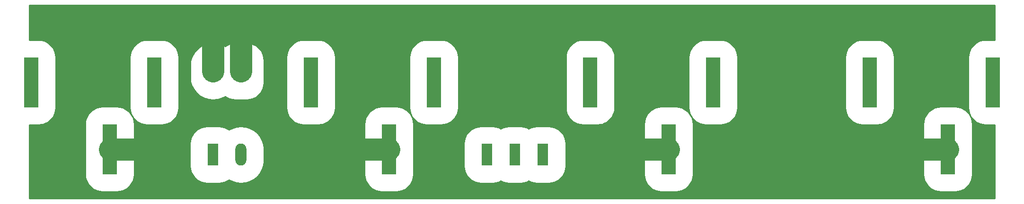
<source format=gbr>
G04 #@! TF.GenerationSoftware,KiCad,Pcbnew,5.1.4*
G04 #@! TF.CreationDate,2019-11-13T20:32:36-05:00*
G04 #@! TF.ProjectId,PooferControl-Reciever-PlugPlane,506f6f66-6572-4436-9f6e-74726f6c2d52,rev?*
G04 #@! TF.SameCoordinates,Original*
G04 #@! TF.FileFunction,Copper,L2,Bot*
G04 #@! TF.FilePolarity,Positive*
%FSLAX46Y46*%
G04 Gerber Fmt 4.6, Leading zero omitted, Abs format (unit mm)*
G04 Created by KiCad (PCBNEW 5.1.4) date 2019-11-13 20:32:36*
%MOMM*%
%LPD*%
G04 APERTURE LIST*
%ADD10O,1.980000X3.960000*%
%ADD11R,1.980000X3.960000*%
%ADD12R,2.500000X9.000000*%
%ADD13C,4.000000*%
%ADD14C,0.254000*%
G04 APERTURE END LIST*
D10*
X105000000Y-85000000D03*
X110000000Y-85000000D03*
X110000000Y-100000000D03*
D11*
X105000000Y-100000000D03*
D12*
X186500000Y-99000000D03*
X172500000Y-87000000D03*
X194500000Y-87000000D03*
X236500000Y-99000000D03*
X222500000Y-87000000D03*
X244500000Y-87000000D03*
X94500000Y-87000000D03*
X72500000Y-87000000D03*
X86500000Y-99000000D03*
D11*
X154000000Y-100000000D03*
X159000000Y-100000000D03*
X164000000Y-100000000D03*
D12*
X136500000Y-99000000D03*
X122500000Y-87000000D03*
X144500000Y-87000000D03*
D13*
X236500000Y-99000000D02*
X231250000Y-99000000D01*
X110000000Y-85000000D02*
X110000000Y-79000000D01*
X105000000Y-85000000D02*
X105000000Y-79020000D01*
X186500000Y-99000000D02*
X181250000Y-99000000D01*
X136500000Y-99000000D02*
X131000000Y-99000000D01*
X86500000Y-99000000D02*
X91750000Y-99000000D01*
D14*
G36*
X244848001Y-74845154D02*
G01*
X244848000Y-78845154D01*
X244848000Y-79357870D01*
X243250000Y-79357870D01*
X242637001Y-79418245D01*
X242047559Y-79597050D01*
X241504326Y-79887414D01*
X241028179Y-80278179D01*
X240637414Y-80754326D01*
X240347050Y-81297559D01*
X240168245Y-81887001D01*
X240107870Y-82500000D01*
X240107870Y-91500000D01*
X240168245Y-92112999D01*
X240347050Y-92702441D01*
X240637414Y-93245674D01*
X241028179Y-93721821D01*
X241504326Y-94112586D01*
X242047559Y-94402950D01*
X242637001Y-94581755D01*
X243250000Y-94642130D01*
X244848001Y-94642130D01*
X244848001Y-105845145D01*
X244848000Y-105845155D01*
X244848000Y-107848000D01*
X72152000Y-107848000D01*
X72152000Y-94642130D01*
X73750000Y-94642130D01*
X74362999Y-94581755D01*
X74632509Y-94500000D01*
X82107870Y-94500000D01*
X82107870Y-103500000D01*
X82168245Y-104112999D01*
X82347050Y-104702441D01*
X82637414Y-105245674D01*
X83028179Y-105721821D01*
X83504326Y-106112586D01*
X84047559Y-106402950D01*
X84637001Y-106581755D01*
X85250000Y-106642130D01*
X87750000Y-106642130D01*
X88362999Y-106581755D01*
X88952441Y-106402950D01*
X89495674Y-106112586D01*
X89971821Y-105721821D01*
X90362586Y-105245674D01*
X90652950Y-104702441D01*
X90831755Y-104112999D01*
X90892130Y-103500000D01*
X90892130Y-98020000D01*
X100867870Y-98020000D01*
X100867870Y-101980000D01*
X100928245Y-102592999D01*
X101107050Y-103182441D01*
X101397414Y-103725674D01*
X101788179Y-104201821D01*
X102264326Y-104592586D01*
X102807559Y-104882950D01*
X103397001Y-105061755D01*
X104010000Y-105122130D01*
X105990000Y-105122130D01*
X106602999Y-105061755D01*
X107192441Y-104882950D01*
X107735674Y-104592586D01*
X107842432Y-104504972D01*
X108416870Y-104812016D01*
X109192928Y-105047430D01*
X110000000Y-105126920D01*
X110807073Y-105047430D01*
X111583131Y-104812016D01*
X112298350Y-104429723D01*
X112925244Y-103915244D01*
X113439723Y-103288350D01*
X113822016Y-102573130D01*
X114057430Y-101797072D01*
X114117000Y-101192250D01*
X114117000Y-98807749D01*
X114057430Y-98202927D01*
X113822016Y-97426869D01*
X113439723Y-96711650D01*
X112925244Y-96084756D01*
X112298350Y-95570277D01*
X111583130Y-95187984D01*
X110807072Y-94952570D01*
X110000000Y-94873080D01*
X109192927Y-94952570D01*
X108416869Y-95187984D01*
X107842431Y-95495028D01*
X107735674Y-95407414D01*
X107192441Y-95117050D01*
X106602999Y-94938245D01*
X105990000Y-94877870D01*
X104010000Y-94877870D01*
X103397001Y-94938245D01*
X102807559Y-95117050D01*
X102264326Y-95407414D01*
X101788179Y-95798179D01*
X101397414Y-96274326D01*
X101107050Y-96817559D01*
X100928245Y-97407001D01*
X100867870Y-98020000D01*
X90892130Y-98020000D01*
X90892130Y-94500000D01*
X90831755Y-93887001D01*
X90652950Y-93297559D01*
X90362586Y-92754326D01*
X89971821Y-92278179D01*
X89495674Y-91887414D01*
X88952441Y-91597050D01*
X88362999Y-91418245D01*
X87750000Y-91357870D01*
X85250000Y-91357870D01*
X84637001Y-91418245D01*
X84047559Y-91597050D01*
X83504326Y-91887414D01*
X83028179Y-92278179D01*
X82637414Y-92754326D01*
X82347050Y-93297559D01*
X82168245Y-93887001D01*
X82107870Y-94500000D01*
X74632509Y-94500000D01*
X74952441Y-94402950D01*
X75495674Y-94112586D01*
X75971821Y-93721821D01*
X76362586Y-93245674D01*
X76652950Y-92702441D01*
X76831755Y-92112999D01*
X76892130Y-91500000D01*
X76892130Y-82500000D01*
X90107870Y-82500000D01*
X90107870Y-91500000D01*
X90168245Y-92112999D01*
X90347050Y-92702441D01*
X90637414Y-93245674D01*
X91028179Y-93721821D01*
X91504326Y-94112586D01*
X92047559Y-94402950D01*
X92637001Y-94581755D01*
X93250000Y-94642130D01*
X95750000Y-94642130D01*
X96362999Y-94581755D01*
X96952441Y-94402950D01*
X97495674Y-94112586D01*
X97971821Y-93721821D01*
X98362586Y-93245674D01*
X98652950Y-92702441D01*
X98831755Y-92112999D01*
X98892130Y-91500000D01*
X98892130Y-83807749D01*
X100883000Y-83807749D01*
X100883000Y-86192250D01*
X100942570Y-86797072D01*
X101177984Y-87573130D01*
X101560277Y-88288350D01*
X102074756Y-88915244D01*
X102701650Y-89429723D01*
X103416869Y-89812016D01*
X104192927Y-90047430D01*
X105000000Y-90126920D01*
X105807072Y-90047430D01*
X106583130Y-89812016D01*
X107157569Y-89504972D01*
X107264326Y-89592586D01*
X107807559Y-89882950D01*
X108397001Y-90061755D01*
X109010000Y-90122130D01*
X110990000Y-90122130D01*
X111602999Y-90061755D01*
X112192441Y-89882950D01*
X112735674Y-89592586D01*
X113211821Y-89201821D01*
X113602586Y-88725674D01*
X113892950Y-88182441D01*
X114071755Y-87592999D01*
X114132130Y-86980000D01*
X114132130Y-83020000D01*
X114080915Y-82500000D01*
X118107870Y-82500000D01*
X118107870Y-91500000D01*
X118168245Y-92112999D01*
X118347050Y-92702441D01*
X118637414Y-93245674D01*
X119028179Y-93721821D01*
X119504326Y-94112586D01*
X120047559Y-94402950D01*
X120637001Y-94581755D01*
X121250000Y-94642130D01*
X123750000Y-94642130D01*
X124362999Y-94581755D01*
X124632509Y-94500000D01*
X132107870Y-94500000D01*
X132107870Y-103500000D01*
X132168245Y-104112999D01*
X132347050Y-104702441D01*
X132637414Y-105245674D01*
X133028179Y-105721821D01*
X133504326Y-106112586D01*
X134047559Y-106402950D01*
X134637001Y-106581755D01*
X135250000Y-106642130D01*
X137750000Y-106642130D01*
X138362999Y-106581755D01*
X138952441Y-106402950D01*
X139495674Y-106112586D01*
X139971821Y-105721821D01*
X140362586Y-105245674D01*
X140652950Y-104702441D01*
X140831755Y-104112999D01*
X140892130Y-103500000D01*
X140892130Y-98020000D01*
X149867870Y-98020000D01*
X149867870Y-101980000D01*
X149928245Y-102592999D01*
X150107050Y-103182441D01*
X150397414Y-103725674D01*
X150788179Y-104201821D01*
X151264326Y-104592586D01*
X151807559Y-104882950D01*
X152397001Y-105061755D01*
X153010000Y-105122130D01*
X154990000Y-105122130D01*
X155602999Y-105061755D01*
X156192441Y-104882950D01*
X156500000Y-104718556D01*
X156807559Y-104882950D01*
X157397001Y-105061755D01*
X158010000Y-105122130D01*
X159990000Y-105122130D01*
X160602999Y-105061755D01*
X161192441Y-104882950D01*
X161500000Y-104718556D01*
X161807559Y-104882950D01*
X162397001Y-105061755D01*
X163010000Y-105122130D01*
X164990000Y-105122130D01*
X165602999Y-105061755D01*
X166192441Y-104882950D01*
X166735674Y-104592586D01*
X167211821Y-104201821D01*
X167602586Y-103725674D01*
X167892950Y-103182441D01*
X168071755Y-102592999D01*
X168132130Y-101980000D01*
X168132130Y-98020000D01*
X168071755Y-97407001D01*
X167892950Y-96817559D01*
X167602586Y-96274326D01*
X167211821Y-95798179D01*
X166735674Y-95407414D01*
X166192441Y-95117050D01*
X165602999Y-94938245D01*
X164990000Y-94877870D01*
X163010000Y-94877870D01*
X162397001Y-94938245D01*
X161807559Y-95117050D01*
X161500000Y-95281444D01*
X161192441Y-95117050D01*
X160602999Y-94938245D01*
X159990000Y-94877870D01*
X158010000Y-94877870D01*
X157397001Y-94938245D01*
X156807559Y-95117050D01*
X156500000Y-95281444D01*
X156192441Y-95117050D01*
X155602999Y-94938245D01*
X154990000Y-94877870D01*
X153010000Y-94877870D01*
X152397001Y-94938245D01*
X151807559Y-95117050D01*
X151264326Y-95407414D01*
X150788179Y-95798179D01*
X150397414Y-96274326D01*
X150107050Y-96817559D01*
X149928245Y-97407001D01*
X149867870Y-98020000D01*
X140892130Y-98020000D01*
X140892130Y-94500000D01*
X140831755Y-93887001D01*
X140652950Y-93297559D01*
X140362586Y-92754326D01*
X139971821Y-92278179D01*
X139495674Y-91887414D01*
X138952441Y-91597050D01*
X138362999Y-91418245D01*
X137750000Y-91357870D01*
X135250000Y-91357870D01*
X134637001Y-91418245D01*
X134047559Y-91597050D01*
X133504326Y-91887414D01*
X133028179Y-92278179D01*
X132637414Y-92754326D01*
X132347050Y-93297559D01*
X132168245Y-93887001D01*
X132107870Y-94500000D01*
X124632509Y-94500000D01*
X124952441Y-94402950D01*
X125495674Y-94112586D01*
X125971821Y-93721821D01*
X126362586Y-93245674D01*
X126652950Y-92702441D01*
X126831755Y-92112999D01*
X126892130Y-91500000D01*
X126892130Y-82500000D01*
X140107870Y-82500000D01*
X140107870Y-91500000D01*
X140168245Y-92112999D01*
X140347050Y-92702441D01*
X140637414Y-93245674D01*
X141028179Y-93721821D01*
X141504326Y-94112586D01*
X142047559Y-94402950D01*
X142637001Y-94581755D01*
X143250000Y-94642130D01*
X145750000Y-94642130D01*
X146362999Y-94581755D01*
X146952441Y-94402950D01*
X147495674Y-94112586D01*
X147971821Y-93721821D01*
X148362586Y-93245674D01*
X148652950Y-92702441D01*
X148831755Y-92112999D01*
X148892130Y-91500000D01*
X148892130Y-82500000D01*
X168107870Y-82500000D01*
X168107870Y-91500000D01*
X168168245Y-92112999D01*
X168347050Y-92702441D01*
X168637414Y-93245674D01*
X169028179Y-93721821D01*
X169504326Y-94112586D01*
X170047559Y-94402950D01*
X170637001Y-94581755D01*
X171250000Y-94642130D01*
X173750000Y-94642130D01*
X174362999Y-94581755D01*
X174632509Y-94500000D01*
X182107870Y-94500000D01*
X182107870Y-103500000D01*
X182168245Y-104112999D01*
X182347050Y-104702441D01*
X182637414Y-105245674D01*
X183028179Y-105721821D01*
X183504326Y-106112586D01*
X184047559Y-106402950D01*
X184637001Y-106581755D01*
X185250000Y-106642130D01*
X187750000Y-106642130D01*
X188362999Y-106581755D01*
X188952441Y-106402950D01*
X189495674Y-106112586D01*
X189971821Y-105721821D01*
X190362586Y-105245674D01*
X190652950Y-104702441D01*
X190831755Y-104112999D01*
X190892130Y-103500000D01*
X190892130Y-94500000D01*
X190831755Y-93887001D01*
X190652950Y-93297559D01*
X190362586Y-92754326D01*
X189971821Y-92278179D01*
X189495674Y-91887414D01*
X188952441Y-91597050D01*
X188362999Y-91418245D01*
X187750000Y-91357870D01*
X185250000Y-91357870D01*
X184637001Y-91418245D01*
X184047559Y-91597050D01*
X183504326Y-91887414D01*
X183028179Y-92278179D01*
X182637414Y-92754326D01*
X182347050Y-93297559D01*
X182168245Y-93887001D01*
X182107870Y-94500000D01*
X174632509Y-94500000D01*
X174952441Y-94402950D01*
X175495674Y-94112586D01*
X175971821Y-93721821D01*
X176362586Y-93245674D01*
X176652950Y-92702441D01*
X176831755Y-92112999D01*
X176892130Y-91500000D01*
X176892130Y-82500000D01*
X190107870Y-82500000D01*
X190107870Y-91500000D01*
X190168245Y-92112999D01*
X190347050Y-92702441D01*
X190637414Y-93245674D01*
X191028179Y-93721821D01*
X191504326Y-94112586D01*
X192047559Y-94402950D01*
X192637001Y-94581755D01*
X193250000Y-94642130D01*
X195750000Y-94642130D01*
X196362999Y-94581755D01*
X196952441Y-94402950D01*
X197495674Y-94112586D01*
X197971821Y-93721821D01*
X198362586Y-93245674D01*
X198652950Y-92702441D01*
X198831755Y-92112999D01*
X198892130Y-91500000D01*
X198892130Y-82500000D01*
X218107870Y-82500000D01*
X218107870Y-91500000D01*
X218168245Y-92112999D01*
X218347050Y-92702441D01*
X218637414Y-93245674D01*
X219028179Y-93721821D01*
X219504326Y-94112586D01*
X220047559Y-94402950D01*
X220637001Y-94581755D01*
X221250000Y-94642130D01*
X223750000Y-94642130D01*
X224362999Y-94581755D01*
X224632509Y-94500000D01*
X232107870Y-94500000D01*
X232107870Y-103500000D01*
X232168245Y-104112999D01*
X232347050Y-104702441D01*
X232637414Y-105245674D01*
X233028179Y-105721821D01*
X233504326Y-106112586D01*
X234047559Y-106402950D01*
X234637001Y-106581755D01*
X235250000Y-106642130D01*
X237750000Y-106642130D01*
X238362999Y-106581755D01*
X238952441Y-106402950D01*
X239495674Y-106112586D01*
X239971821Y-105721821D01*
X240362586Y-105245674D01*
X240652950Y-104702441D01*
X240831755Y-104112999D01*
X240892130Y-103500000D01*
X240892130Y-94500000D01*
X240831755Y-93887001D01*
X240652950Y-93297559D01*
X240362586Y-92754326D01*
X239971821Y-92278179D01*
X239495674Y-91887414D01*
X238952441Y-91597050D01*
X238362999Y-91418245D01*
X237750000Y-91357870D01*
X235250000Y-91357870D01*
X234637001Y-91418245D01*
X234047559Y-91597050D01*
X233504326Y-91887414D01*
X233028179Y-92278179D01*
X232637414Y-92754326D01*
X232347050Y-93297559D01*
X232168245Y-93887001D01*
X232107870Y-94500000D01*
X224632509Y-94500000D01*
X224952441Y-94402950D01*
X225495674Y-94112586D01*
X225971821Y-93721821D01*
X226362586Y-93245674D01*
X226652950Y-92702441D01*
X226831755Y-92112999D01*
X226892130Y-91500000D01*
X226892130Y-82500000D01*
X226831755Y-81887001D01*
X226652950Y-81297559D01*
X226362586Y-80754326D01*
X225971821Y-80278179D01*
X225495674Y-79887414D01*
X224952441Y-79597050D01*
X224362999Y-79418245D01*
X223750000Y-79357870D01*
X221250000Y-79357870D01*
X220637001Y-79418245D01*
X220047559Y-79597050D01*
X219504326Y-79887414D01*
X219028179Y-80278179D01*
X218637414Y-80754326D01*
X218347050Y-81297559D01*
X218168245Y-81887001D01*
X218107870Y-82500000D01*
X198892130Y-82500000D01*
X198831755Y-81887001D01*
X198652950Y-81297559D01*
X198362586Y-80754326D01*
X197971821Y-80278179D01*
X197495674Y-79887414D01*
X196952441Y-79597050D01*
X196362999Y-79418245D01*
X195750000Y-79357870D01*
X193250000Y-79357870D01*
X192637001Y-79418245D01*
X192047559Y-79597050D01*
X191504326Y-79887414D01*
X191028179Y-80278179D01*
X190637414Y-80754326D01*
X190347050Y-81297559D01*
X190168245Y-81887001D01*
X190107870Y-82500000D01*
X176892130Y-82500000D01*
X176831755Y-81887001D01*
X176652950Y-81297559D01*
X176362586Y-80754326D01*
X175971821Y-80278179D01*
X175495674Y-79887414D01*
X174952441Y-79597050D01*
X174362999Y-79418245D01*
X173750000Y-79357870D01*
X171250000Y-79357870D01*
X170637001Y-79418245D01*
X170047559Y-79597050D01*
X169504326Y-79887414D01*
X169028179Y-80278179D01*
X168637414Y-80754326D01*
X168347050Y-81297559D01*
X168168245Y-81887001D01*
X168107870Y-82500000D01*
X148892130Y-82500000D01*
X148831755Y-81887001D01*
X148652950Y-81297559D01*
X148362586Y-80754326D01*
X147971821Y-80278179D01*
X147495674Y-79887414D01*
X146952441Y-79597050D01*
X146362999Y-79418245D01*
X145750000Y-79357870D01*
X143250000Y-79357870D01*
X142637001Y-79418245D01*
X142047559Y-79597050D01*
X141504326Y-79887414D01*
X141028179Y-80278179D01*
X140637414Y-80754326D01*
X140347050Y-81297559D01*
X140168245Y-81887001D01*
X140107870Y-82500000D01*
X126892130Y-82500000D01*
X126831755Y-81887001D01*
X126652950Y-81297559D01*
X126362586Y-80754326D01*
X125971821Y-80278179D01*
X125495674Y-79887414D01*
X124952441Y-79597050D01*
X124362999Y-79418245D01*
X123750000Y-79357870D01*
X121250000Y-79357870D01*
X120637001Y-79418245D01*
X120047559Y-79597050D01*
X119504326Y-79887414D01*
X119028179Y-80278179D01*
X118637414Y-80754326D01*
X118347050Y-81297559D01*
X118168245Y-81887001D01*
X118107870Y-82500000D01*
X114080915Y-82500000D01*
X114071755Y-82407001D01*
X113892950Y-81817559D01*
X113602586Y-81274326D01*
X113211821Y-80798179D01*
X112735674Y-80407414D01*
X112192441Y-80117050D01*
X111602999Y-79938245D01*
X110990000Y-79877870D01*
X109010000Y-79877870D01*
X108397001Y-79938245D01*
X107807559Y-80117050D01*
X107264326Y-80407414D01*
X107157569Y-80495028D01*
X106583131Y-80187984D01*
X105807073Y-79952570D01*
X105000000Y-79873080D01*
X104192928Y-79952570D01*
X103416870Y-80187984D01*
X102701651Y-80570277D01*
X102074757Y-81084756D01*
X101560278Y-81711650D01*
X101177984Y-82426869D01*
X100942570Y-83202927D01*
X100883000Y-83807749D01*
X98892130Y-83807749D01*
X98892130Y-82500000D01*
X98831755Y-81887001D01*
X98652950Y-81297559D01*
X98362586Y-80754326D01*
X97971821Y-80278179D01*
X97495674Y-79887414D01*
X96952441Y-79597050D01*
X96362999Y-79418245D01*
X95750000Y-79357870D01*
X93250000Y-79357870D01*
X92637001Y-79418245D01*
X92047559Y-79597050D01*
X91504326Y-79887414D01*
X91028179Y-80278179D01*
X90637414Y-80754326D01*
X90347050Y-81297559D01*
X90168245Y-81887001D01*
X90107870Y-82500000D01*
X76892130Y-82500000D01*
X76831755Y-81887001D01*
X76652950Y-81297559D01*
X76362586Y-80754326D01*
X75971821Y-80278179D01*
X75495674Y-79887414D01*
X74952441Y-79597050D01*
X74362999Y-79418245D01*
X73750000Y-79357870D01*
X72152000Y-79357870D01*
X72152000Y-73152000D01*
X244848001Y-73152000D01*
X244848001Y-74845154D01*
X244848001Y-74845154D01*
G37*
X244848001Y-74845154D02*
X244848000Y-78845154D01*
X244848000Y-79357870D01*
X243250000Y-79357870D01*
X242637001Y-79418245D01*
X242047559Y-79597050D01*
X241504326Y-79887414D01*
X241028179Y-80278179D01*
X240637414Y-80754326D01*
X240347050Y-81297559D01*
X240168245Y-81887001D01*
X240107870Y-82500000D01*
X240107870Y-91500000D01*
X240168245Y-92112999D01*
X240347050Y-92702441D01*
X240637414Y-93245674D01*
X241028179Y-93721821D01*
X241504326Y-94112586D01*
X242047559Y-94402950D01*
X242637001Y-94581755D01*
X243250000Y-94642130D01*
X244848001Y-94642130D01*
X244848001Y-105845145D01*
X244848000Y-105845155D01*
X244848000Y-107848000D01*
X72152000Y-107848000D01*
X72152000Y-94642130D01*
X73750000Y-94642130D01*
X74362999Y-94581755D01*
X74632509Y-94500000D01*
X82107870Y-94500000D01*
X82107870Y-103500000D01*
X82168245Y-104112999D01*
X82347050Y-104702441D01*
X82637414Y-105245674D01*
X83028179Y-105721821D01*
X83504326Y-106112586D01*
X84047559Y-106402950D01*
X84637001Y-106581755D01*
X85250000Y-106642130D01*
X87750000Y-106642130D01*
X88362999Y-106581755D01*
X88952441Y-106402950D01*
X89495674Y-106112586D01*
X89971821Y-105721821D01*
X90362586Y-105245674D01*
X90652950Y-104702441D01*
X90831755Y-104112999D01*
X90892130Y-103500000D01*
X90892130Y-98020000D01*
X100867870Y-98020000D01*
X100867870Y-101980000D01*
X100928245Y-102592999D01*
X101107050Y-103182441D01*
X101397414Y-103725674D01*
X101788179Y-104201821D01*
X102264326Y-104592586D01*
X102807559Y-104882950D01*
X103397001Y-105061755D01*
X104010000Y-105122130D01*
X105990000Y-105122130D01*
X106602999Y-105061755D01*
X107192441Y-104882950D01*
X107735674Y-104592586D01*
X107842432Y-104504972D01*
X108416870Y-104812016D01*
X109192928Y-105047430D01*
X110000000Y-105126920D01*
X110807073Y-105047430D01*
X111583131Y-104812016D01*
X112298350Y-104429723D01*
X112925244Y-103915244D01*
X113439723Y-103288350D01*
X113822016Y-102573130D01*
X114057430Y-101797072D01*
X114117000Y-101192250D01*
X114117000Y-98807749D01*
X114057430Y-98202927D01*
X113822016Y-97426869D01*
X113439723Y-96711650D01*
X112925244Y-96084756D01*
X112298350Y-95570277D01*
X111583130Y-95187984D01*
X110807072Y-94952570D01*
X110000000Y-94873080D01*
X109192927Y-94952570D01*
X108416869Y-95187984D01*
X107842431Y-95495028D01*
X107735674Y-95407414D01*
X107192441Y-95117050D01*
X106602999Y-94938245D01*
X105990000Y-94877870D01*
X104010000Y-94877870D01*
X103397001Y-94938245D01*
X102807559Y-95117050D01*
X102264326Y-95407414D01*
X101788179Y-95798179D01*
X101397414Y-96274326D01*
X101107050Y-96817559D01*
X100928245Y-97407001D01*
X100867870Y-98020000D01*
X90892130Y-98020000D01*
X90892130Y-94500000D01*
X90831755Y-93887001D01*
X90652950Y-93297559D01*
X90362586Y-92754326D01*
X89971821Y-92278179D01*
X89495674Y-91887414D01*
X88952441Y-91597050D01*
X88362999Y-91418245D01*
X87750000Y-91357870D01*
X85250000Y-91357870D01*
X84637001Y-91418245D01*
X84047559Y-91597050D01*
X83504326Y-91887414D01*
X83028179Y-92278179D01*
X82637414Y-92754326D01*
X82347050Y-93297559D01*
X82168245Y-93887001D01*
X82107870Y-94500000D01*
X74632509Y-94500000D01*
X74952441Y-94402950D01*
X75495674Y-94112586D01*
X75971821Y-93721821D01*
X76362586Y-93245674D01*
X76652950Y-92702441D01*
X76831755Y-92112999D01*
X76892130Y-91500000D01*
X76892130Y-82500000D01*
X90107870Y-82500000D01*
X90107870Y-91500000D01*
X90168245Y-92112999D01*
X90347050Y-92702441D01*
X90637414Y-93245674D01*
X91028179Y-93721821D01*
X91504326Y-94112586D01*
X92047559Y-94402950D01*
X92637001Y-94581755D01*
X93250000Y-94642130D01*
X95750000Y-94642130D01*
X96362999Y-94581755D01*
X96952441Y-94402950D01*
X97495674Y-94112586D01*
X97971821Y-93721821D01*
X98362586Y-93245674D01*
X98652950Y-92702441D01*
X98831755Y-92112999D01*
X98892130Y-91500000D01*
X98892130Y-83807749D01*
X100883000Y-83807749D01*
X100883000Y-86192250D01*
X100942570Y-86797072D01*
X101177984Y-87573130D01*
X101560277Y-88288350D01*
X102074756Y-88915244D01*
X102701650Y-89429723D01*
X103416869Y-89812016D01*
X104192927Y-90047430D01*
X105000000Y-90126920D01*
X105807072Y-90047430D01*
X106583130Y-89812016D01*
X107157569Y-89504972D01*
X107264326Y-89592586D01*
X107807559Y-89882950D01*
X108397001Y-90061755D01*
X109010000Y-90122130D01*
X110990000Y-90122130D01*
X111602999Y-90061755D01*
X112192441Y-89882950D01*
X112735674Y-89592586D01*
X113211821Y-89201821D01*
X113602586Y-88725674D01*
X113892950Y-88182441D01*
X114071755Y-87592999D01*
X114132130Y-86980000D01*
X114132130Y-83020000D01*
X114080915Y-82500000D01*
X118107870Y-82500000D01*
X118107870Y-91500000D01*
X118168245Y-92112999D01*
X118347050Y-92702441D01*
X118637414Y-93245674D01*
X119028179Y-93721821D01*
X119504326Y-94112586D01*
X120047559Y-94402950D01*
X120637001Y-94581755D01*
X121250000Y-94642130D01*
X123750000Y-94642130D01*
X124362999Y-94581755D01*
X124632509Y-94500000D01*
X132107870Y-94500000D01*
X132107870Y-103500000D01*
X132168245Y-104112999D01*
X132347050Y-104702441D01*
X132637414Y-105245674D01*
X133028179Y-105721821D01*
X133504326Y-106112586D01*
X134047559Y-106402950D01*
X134637001Y-106581755D01*
X135250000Y-106642130D01*
X137750000Y-106642130D01*
X138362999Y-106581755D01*
X138952441Y-106402950D01*
X139495674Y-106112586D01*
X139971821Y-105721821D01*
X140362586Y-105245674D01*
X140652950Y-104702441D01*
X140831755Y-104112999D01*
X140892130Y-103500000D01*
X140892130Y-98020000D01*
X149867870Y-98020000D01*
X149867870Y-101980000D01*
X149928245Y-102592999D01*
X150107050Y-103182441D01*
X150397414Y-103725674D01*
X150788179Y-104201821D01*
X151264326Y-104592586D01*
X151807559Y-104882950D01*
X152397001Y-105061755D01*
X153010000Y-105122130D01*
X154990000Y-105122130D01*
X155602999Y-105061755D01*
X156192441Y-104882950D01*
X156500000Y-104718556D01*
X156807559Y-104882950D01*
X157397001Y-105061755D01*
X158010000Y-105122130D01*
X159990000Y-105122130D01*
X160602999Y-105061755D01*
X161192441Y-104882950D01*
X161500000Y-104718556D01*
X161807559Y-104882950D01*
X162397001Y-105061755D01*
X163010000Y-105122130D01*
X164990000Y-105122130D01*
X165602999Y-105061755D01*
X166192441Y-104882950D01*
X166735674Y-104592586D01*
X167211821Y-104201821D01*
X167602586Y-103725674D01*
X167892950Y-103182441D01*
X168071755Y-102592999D01*
X168132130Y-101980000D01*
X168132130Y-98020000D01*
X168071755Y-97407001D01*
X167892950Y-96817559D01*
X167602586Y-96274326D01*
X167211821Y-95798179D01*
X166735674Y-95407414D01*
X166192441Y-95117050D01*
X165602999Y-94938245D01*
X164990000Y-94877870D01*
X163010000Y-94877870D01*
X162397001Y-94938245D01*
X161807559Y-95117050D01*
X161500000Y-95281444D01*
X161192441Y-95117050D01*
X160602999Y-94938245D01*
X159990000Y-94877870D01*
X158010000Y-94877870D01*
X157397001Y-94938245D01*
X156807559Y-95117050D01*
X156500000Y-95281444D01*
X156192441Y-95117050D01*
X155602999Y-94938245D01*
X154990000Y-94877870D01*
X153010000Y-94877870D01*
X152397001Y-94938245D01*
X151807559Y-95117050D01*
X151264326Y-95407414D01*
X150788179Y-95798179D01*
X150397414Y-96274326D01*
X150107050Y-96817559D01*
X149928245Y-97407001D01*
X149867870Y-98020000D01*
X140892130Y-98020000D01*
X140892130Y-94500000D01*
X140831755Y-93887001D01*
X140652950Y-93297559D01*
X140362586Y-92754326D01*
X139971821Y-92278179D01*
X139495674Y-91887414D01*
X138952441Y-91597050D01*
X138362999Y-91418245D01*
X137750000Y-91357870D01*
X135250000Y-91357870D01*
X134637001Y-91418245D01*
X134047559Y-91597050D01*
X133504326Y-91887414D01*
X133028179Y-92278179D01*
X132637414Y-92754326D01*
X132347050Y-93297559D01*
X132168245Y-93887001D01*
X132107870Y-94500000D01*
X124632509Y-94500000D01*
X124952441Y-94402950D01*
X125495674Y-94112586D01*
X125971821Y-93721821D01*
X126362586Y-93245674D01*
X126652950Y-92702441D01*
X126831755Y-92112999D01*
X126892130Y-91500000D01*
X126892130Y-82500000D01*
X140107870Y-82500000D01*
X140107870Y-91500000D01*
X140168245Y-92112999D01*
X140347050Y-92702441D01*
X140637414Y-93245674D01*
X141028179Y-93721821D01*
X141504326Y-94112586D01*
X142047559Y-94402950D01*
X142637001Y-94581755D01*
X143250000Y-94642130D01*
X145750000Y-94642130D01*
X146362999Y-94581755D01*
X146952441Y-94402950D01*
X147495674Y-94112586D01*
X147971821Y-93721821D01*
X148362586Y-93245674D01*
X148652950Y-92702441D01*
X148831755Y-92112999D01*
X148892130Y-91500000D01*
X148892130Y-82500000D01*
X168107870Y-82500000D01*
X168107870Y-91500000D01*
X168168245Y-92112999D01*
X168347050Y-92702441D01*
X168637414Y-93245674D01*
X169028179Y-93721821D01*
X169504326Y-94112586D01*
X170047559Y-94402950D01*
X170637001Y-94581755D01*
X171250000Y-94642130D01*
X173750000Y-94642130D01*
X174362999Y-94581755D01*
X174632509Y-94500000D01*
X182107870Y-94500000D01*
X182107870Y-103500000D01*
X182168245Y-104112999D01*
X182347050Y-104702441D01*
X182637414Y-105245674D01*
X183028179Y-105721821D01*
X183504326Y-106112586D01*
X184047559Y-106402950D01*
X184637001Y-106581755D01*
X185250000Y-106642130D01*
X187750000Y-106642130D01*
X188362999Y-106581755D01*
X188952441Y-106402950D01*
X189495674Y-106112586D01*
X189971821Y-105721821D01*
X190362586Y-105245674D01*
X190652950Y-104702441D01*
X190831755Y-104112999D01*
X190892130Y-103500000D01*
X190892130Y-94500000D01*
X190831755Y-93887001D01*
X190652950Y-93297559D01*
X190362586Y-92754326D01*
X189971821Y-92278179D01*
X189495674Y-91887414D01*
X188952441Y-91597050D01*
X188362999Y-91418245D01*
X187750000Y-91357870D01*
X185250000Y-91357870D01*
X184637001Y-91418245D01*
X184047559Y-91597050D01*
X183504326Y-91887414D01*
X183028179Y-92278179D01*
X182637414Y-92754326D01*
X182347050Y-93297559D01*
X182168245Y-93887001D01*
X182107870Y-94500000D01*
X174632509Y-94500000D01*
X174952441Y-94402950D01*
X175495674Y-94112586D01*
X175971821Y-93721821D01*
X176362586Y-93245674D01*
X176652950Y-92702441D01*
X176831755Y-92112999D01*
X176892130Y-91500000D01*
X176892130Y-82500000D01*
X190107870Y-82500000D01*
X190107870Y-91500000D01*
X190168245Y-92112999D01*
X190347050Y-92702441D01*
X190637414Y-93245674D01*
X191028179Y-93721821D01*
X191504326Y-94112586D01*
X192047559Y-94402950D01*
X192637001Y-94581755D01*
X193250000Y-94642130D01*
X195750000Y-94642130D01*
X196362999Y-94581755D01*
X196952441Y-94402950D01*
X197495674Y-94112586D01*
X197971821Y-93721821D01*
X198362586Y-93245674D01*
X198652950Y-92702441D01*
X198831755Y-92112999D01*
X198892130Y-91500000D01*
X198892130Y-82500000D01*
X218107870Y-82500000D01*
X218107870Y-91500000D01*
X218168245Y-92112999D01*
X218347050Y-92702441D01*
X218637414Y-93245674D01*
X219028179Y-93721821D01*
X219504326Y-94112586D01*
X220047559Y-94402950D01*
X220637001Y-94581755D01*
X221250000Y-94642130D01*
X223750000Y-94642130D01*
X224362999Y-94581755D01*
X224632509Y-94500000D01*
X232107870Y-94500000D01*
X232107870Y-103500000D01*
X232168245Y-104112999D01*
X232347050Y-104702441D01*
X232637414Y-105245674D01*
X233028179Y-105721821D01*
X233504326Y-106112586D01*
X234047559Y-106402950D01*
X234637001Y-106581755D01*
X235250000Y-106642130D01*
X237750000Y-106642130D01*
X238362999Y-106581755D01*
X238952441Y-106402950D01*
X239495674Y-106112586D01*
X239971821Y-105721821D01*
X240362586Y-105245674D01*
X240652950Y-104702441D01*
X240831755Y-104112999D01*
X240892130Y-103500000D01*
X240892130Y-94500000D01*
X240831755Y-93887001D01*
X240652950Y-93297559D01*
X240362586Y-92754326D01*
X239971821Y-92278179D01*
X239495674Y-91887414D01*
X238952441Y-91597050D01*
X238362999Y-91418245D01*
X237750000Y-91357870D01*
X235250000Y-91357870D01*
X234637001Y-91418245D01*
X234047559Y-91597050D01*
X233504326Y-91887414D01*
X233028179Y-92278179D01*
X232637414Y-92754326D01*
X232347050Y-93297559D01*
X232168245Y-93887001D01*
X232107870Y-94500000D01*
X224632509Y-94500000D01*
X224952441Y-94402950D01*
X225495674Y-94112586D01*
X225971821Y-93721821D01*
X226362586Y-93245674D01*
X226652950Y-92702441D01*
X226831755Y-92112999D01*
X226892130Y-91500000D01*
X226892130Y-82500000D01*
X226831755Y-81887001D01*
X226652950Y-81297559D01*
X226362586Y-80754326D01*
X225971821Y-80278179D01*
X225495674Y-79887414D01*
X224952441Y-79597050D01*
X224362999Y-79418245D01*
X223750000Y-79357870D01*
X221250000Y-79357870D01*
X220637001Y-79418245D01*
X220047559Y-79597050D01*
X219504326Y-79887414D01*
X219028179Y-80278179D01*
X218637414Y-80754326D01*
X218347050Y-81297559D01*
X218168245Y-81887001D01*
X218107870Y-82500000D01*
X198892130Y-82500000D01*
X198831755Y-81887001D01*
X198652950Y-81297559D01*
X198362586Y-80754326D01*
X197971821Y-80278179D01*
X197495674Y-79887414D01*
X196952441Y-79597050D01*
X196362999Y-79418245D01*
X195750000Y-79357870D01*
X193250000Y-79357870D01*
X192637001Y-79418245D01*
X192047559Y-79597050D01*
X191504326Y-79887414D01*
X191028179Y-80278179D01*
X190637414Y-80754326D01*
X190347050Y-81297559D01*
X190168245Y-81887001D01*
X190107870Y-82500000D01*
X176892130Y-82500000D01*
X176831755Y-81887001D01*
X176652950Y-81297559D01*
X176362586Y-80754326D01*
X175971821Y-80278179D01*
X175495674Y-79887414D01*
X174952441Y-79597050D01*
X174362999Y-79418245D01*
X173750000Y-79357870D01*
X171250000Y-79357870D01*
X170637001Y-79418245D01*
X170047559Y-79597050D01*
X169504326Y-79887414D01*
X169028179Y-80278179D01*
X168637414Y-80754326D01*
X168347050Y-81297559D01*
X168168245Y-81887001D01*
X168107870Y-82500000D01*
X148892130Y-82500000D01*
X148831755Y-81887001D01*
X148652950Y-81297559D01*
X148362586Y-80754326D01*
X147971821Y-80278179D01*
X147495674Y-79887414D01*
X146952441Y-79597050D01*
X146362999Y-79418245D01*
X145750000Y-79357870D01*
X143250000Y-79357870D01*
X142637001Y-79418245D01*
X142047559Y-79597050D01*
X141504326Y-79887414D01*
X141028179Y-80278179D01*
X140637414Y-80754326D01*
X140347050Y-81297559D01*
X140168245Y-81887001D01*
X140107870Y-82500000D01*
X126892130Y-82500000D01*
X126831755Y-81887001D01*
X126652950Y-81297559D01*
X126362586Y-80754326D01*
X125971821Y-80278179D01*
X125495674Y-79887414D01*
X124952441Y-79597050D01*
X124362999Y-79418245D01*
X123750000Y-79357870D01*
X121250000Y-79357870D01*
X120637001Y-79418245D01*
X120047559Y-79597050D01*
X119504326Y-79887414D01*
X119028179Y-80278179D01*
X118637414Y-80754326D01*
X118347050Y-81297559D01*
X118168245Y-81887001D01*
X118107870Y-82500000D01*
X114080915Y-82500000D01*
X114071755Y-82407001D01*
X113892950Y-81817559D01*
X113602586Y-81274326D01*
X113211821Y-80798179D01*
X112735674Y-80407414D01*
X112192441Y-80117050D01*
X111602999Y-79938245D01*
X110990000Y-79877870D01*
X109010000Y-79877870D01*
X108397001Y-79938245D01*
X107807559Y-80117050D01*
X107264326Y-80407414D01*
X107157569Y-80495028D01*
X106583131Y-80187984D01*
X105807073Y-79952570D01*
X105000000Y-79873080D01*
X104192928Y-79952570D01*
X103416870Y-80187984D01*
X102701651Y-80570277D01*
X102074757Y-81084756D01*
X101560278Y-81711650D01*
X101177984Y-82426869D01*
X100942570Y-83202927D01*
X100883000Y-83807749D01*
X98892130Y-83807749D01*
X98892130Y-82500000D01*
X98831755Y-81887001D01*
X98652950Y-81297559D01*
X98362586Y-80754326D01*
X97971821Y-80278179D01*
X97495674Y-79887414D01*
X96952441Y-79597050D01*
X96362999Y-79418245D01*
X95750000Y-79357870D01*
X93250000Y-79357870D01*
X92637001Y-79418245D01*
X92047559Y-79597050D01*
X91504326Y-79887414D01*
X91028179Y-80278179D01*
X90637414Y-80754326D01*
X90347050Y-81297559D01*
X90168245Y-81887001D01*
X90107870Y-82500000D01*
X76892130Y-82500000D01*
X76831755Y-81887001D01*
X76652950Y-81297559D01*
X76362586Y-80754326D01*
X75971821Y-80278179D01*
X75495674Y-79887414D01*
X74952441Y-79597050D01*
X74362999Y-79418245D01*
X73750000Y-79357870D01*
X72152000Y-79357870D01*
X72152000Y-73152000D01*
X244848001Y-73152000D01*
X244848001Y-74845154D01*
M02*

</source>
